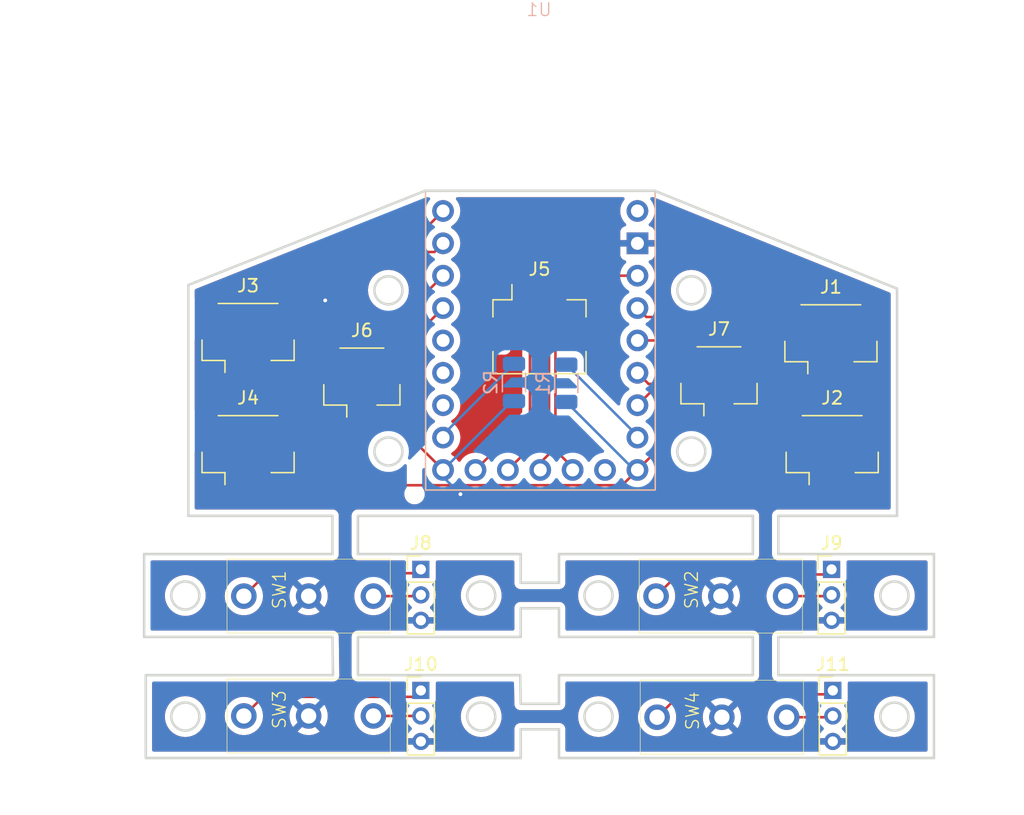
<source format=kicad_pcb>
(kicad_pcb (version 20240108) (generator "pcbnew") (generator_version "8.0")
  (layers (0 "F.Cu" signal) (31 "B.Cu" signal) (34 "B.Paste" user) (35 "F.Paste" user) (36 "B.SilkS" user "B.Silkscreen") (37 "F.SilkS" user "F.Silkscreen") (38 "B.Mask" user) (39 "F.Mask" user) (44 "Edge.Cuts" user))
  (net 0 "")
  (net 1 "btn1c")
  (net 2 "GND")
  (net 3 "btn1")
  (net 4 "btn2")
  (net 5 "btn2c")
  (net 6 "btn3")
  (net 7 "btn3c")
  (net 8 "btn4")
  (net 9 "btn4c")
  (net 10 "SCLK")
  (net 11 "SDIO")
  (net 12 "nCS")
  (net 14 "VIN")
  (net 16 "MOTION")
  (net 17 "touch2_in")
  (net 18 "touch1_in")
  (net 19 "touch2_out")
  (net 20 "Net-(J8-Pin_1)")
  (net 21 "Net-(J8-Pin_2)")
  (net 22 "Net-(J9-Pin_2)")
  (net 23 "Net-(J9-Pin_1)")
  (net 24 "Net-(J10-Pin_1)")
  (net 25 "Net-(J10-Pin_2)")
  (net 26 "Net-(J11-Pin_1)")
  (net 27 "Net-(J11-Pin_2)")
  (net 28 "touch1_out")
  (footprint "Connector_PinHeader_2.00mm:PinHeader_1x03_P2.00mm_Vertical" (layer "F.Cu") (at 185.1 101.9)
    (property "Reference" "J9" (at 0 -2.06 0) (layer "F.SilkS"))
    (property "Value" "Conn_01x03")
    (fp_line (start -1.06 -1.06) (end 0 -1.06) (stroke (width 0.12)) (layer "F.SilkS"))
    (fp_line (start -1.06 0) (end -1.06 -1.06) (stroke (width 0.12)) (layer "F.SilkS"))
    (fp_line (start -1.06 1) (end -1.06 5.06) (stroke (width 0.12)) (layer "F.SilkS"))
    (fp_line (start -1.06 1) (end 1.06 1) (stroke (width 0.12)) (layer "F.SilkS"))
    (fp_line (start -1.06 5.06) (end 1.06 5.06) (stroke (width 0.12)) (layer "F.SilkS"))
    (fp_line (start 1.06 1) (end 1.06 5.06) (stroke (width 0.12)) (layer "F.SilkS"))
    (pad "1" thru_hole rect (at 0 0) (size 1.35 1.35) (drill 0.8) (layers "*.Cu" "*.Mask") (net 23 "Net-(J9-Pin_1)"))
    (pad "2" thru_hole oval (at 0 2) (size 1.35 1.35) (drill 0.8) (layers "*.Cu" "*.Mask") (net 22 "Net-(J9-Pin_2)"))
    (pad "3" thru_hole oval (at 0 4) (size 1.35 1.35) (drill 0.8) (layers "*.Cu" "*.Mask") (net 2 "GND"))
  )
  (footprint "Connector_PinHeader_2.00mm:PinHeader_1x03_P2.00mm_Vertical" (layer "F.Cu") (at 185.2 111.4)
    (property "Reference" "J11" (at 0 -2.06 0) (layer "F.SilkS"))
    (property "Value" "Conn_01x03")
    (fp_line (start -1.06 -1.06) (end 0 -1.06) (stroke (width 0.12)) (layer "F.SilkS"))
    (fp_line (start -1.06 0) (end -1.06 -1.06) (stroke (width 0.12)) (layer "F.SilkS"))
    (fp_line (start -1.06 1) (end -1.06 5.06) (stroke (width 0.12)) (layer "F.SilkS"))
    (fp_line (start -1.06 1) (end 1.06 1) (stroke (width 0.12)) (layer "F.SilkS"))
    (fp_line (start -1.06 5.06) (end 1.06 5.06) (stroke (width 0.12)) (layer "F.SilkS"))
    (fp_line (start 1.06 1) (end 1.06 5.06) (stroke (width 0.12)) (layer "F.SilkS"))
    (pad "1" thru_hole rect (at 0 0) (size 1.35 1.35) (drill 0.8) (layers "*.Cu" "*.Mask") (net 26 "Net-(J11-Pin_1)"))
    (pad "2" thru_hole oval (at 0 2) (size 1.35 1.35) (drill 0.8) (layers "*.Cu" "*.Mask") (net 27 "Net-(J11-Pin_2)"))
    (pad "3" thru_hole oval (at 0 4) (size 1.35 1.35) (drill 0.8) (layers "*.Cu" "*.Mask") (net 2 "GND"))
  )
  (footprint "kwkb-footprint:MouseSwitch" (layer "F.Cu") (at 176.5 113.5 90)
    (property "Reference" "SW4" (at 0.5 -2.3 90) (layer "F.SilkS") (effects (font (thickness 0.1))))
    (property "Value" "SW_SPDT")
    (fp_rect (start -2.9 -6.4) (end 2.9 6.4) (stroke (width 0.05)) (fill none) (layer "F.SilkS"))
    (pad "1" thru_hole circle (at 0 -5.08 90) (size 2 2) (drill 1.2) (layers "*.Cu" "*.Mask") (net 26 "Net-(J11-Pin_1)"))
    (pad "2" thru_hole circle (at 0 0 90) (size 2 2) (drill 1.2) (layers "*.Cu" "*.Mask") (net 2 "GND"))
    (pad "3" thru_hole circle (at 0 5.08 90) (size 2 2) (drill 1.2) (layers "*.Cu" "*.Mask") (net 27 "Net-(J11-Pin_2)"))
  )
  (footprint "Connector_JST:JST_GH_BM03B-GHS-TBT_1x03-1MP_P1.25mm_Vertical" (layer "F.Cu") (at 139.35 92.45)
    (property "Reference" "J4" (at 0 -4 0) (layer "F.SilkS"))
    (property "Value" "Conn_01x03")
    (fp_line (start -3.61 0.26) (end -3.61 1.86) (stroke (width 0.12)) (layer "F.SilkS"))
    (fp_line (start -3.61 1.86) (end -1.81 1.86) (stroke (width 0.12)) (layer "F.SilkS"))
    (fp_line (start -2.34 -2.61) (end 2.34 -2.61) (stroke (width 0.12)) (layer "F.SilkS"))
    (fp_line (start -1.81 1.86) (end -1.81 2.8) (stroke (width 0.12)) (layer "F.SilkS"))
    (fp_line (start 3.61 0.26) (end 3.61 1.86) (stroke (width 0.12)) (layer "F.SilkS"))
    (fp_line (start 3.61 1.86) (end 1.81 1.86) (stroke (width 0.12)) (layer "F.SilkS"))
    (pad "1" smd roundrect (at -1.25 1.95) (size 0.6 1.7) (layers "F.Cu" "F.Paste" "F.Mask") (net 9 "btn4c"))
    (pad "2" smd roundrect (at 0 1.95) (size 0.6 1.7) (layers "F.Cu" "F.Paste" "F.Mask") (net 8 "btn4"))
    (pad "3" smd roundrect (at 1.25 1.95) (size 0.6 1.7) (layers "F.Cu" "F.Paste" "F.Mask") (net 2 "GND"))
    (pad "MP" smd roundrect (at -3.1 -1.4) (size 1 2.8) (layers "F.Cu" "F.Paste" "F.Mask"))
    (pad "MP" smd roundrect (at 3.1 -1.4) (size 1 2.8) (layers "F.Cu" "F.Paste" "F.Mask"))
  )
  (footprint "kwkb-footprint:MouseSwitch" (layer "F.Cu") (at 144.1 104 90)
    (property "Reference" "SW1" (at 0.5 -2.3 90) (layer "F.SilkS") (effects (font (thickness 0.1))))
    (property "Value" "SW_SPDT")
    (fp_rect (start -2.9 -6.4) (end 2.9 6.4) (stroke (width 0.05)) (fill none) (layer "F.SilkS"))
    (pad "1" thru_hole circle (at 0 -5.08 90) (size 2 2) (drill 1.2) (layers "*.Cu" "*.Mask") (net 20 "Net-(J8-Pin_1)"))
    (pad "2" thru_hole circle (at 0 0 90) (size 2 2) (drill 1.2) (layers "*.Cu" "*.Mask") (net 2 "GND"))
    (pad "3" thru_hole circle (at 0 5.08 90) (size 2 2) (drill 1.2) (layers "*.Cu" "*.Mask") (net 21 "Net-(J8-Pin_2)"))
  )
  (footprint "Connector_FFC-FPC:Hirose_FH12-8S-0.5SH_1x08-1MP_P0.50mm_Horizontal" (layer "F.Cu") (at 162.2 82.05)
    (property "Reference" "J5" (at 0 -3.7 0) (layer "F.SilkS"))
    (property "Value" "Conn_01x08")
    (fp_line (start -3.65 -1.3) (end -3.65 0.04) (stroke (width 0.12)) (layer "F.SilkS"))
    (fp_line (start -3.65 2.76) (end -3.65 4.5) (stroke (width 0.12)) (layer "F.SilkS"))
    (fp_line (start -3.65 4.5) (end 3.65 4.5) (stroke (width 0.12)) (layer "F.SilkS"))
    (fp_line (start -2.16 -1.3) (end -3.65 -1.3) (stroke (width 0.12)) (layer "F.SilkS"))
    (fp_line (start -2.16 -1.3) (end -2.16 -2.5) (stroke (width 0.12)) (layer "F.SilkS"))
    (fp_line (start 2.16 -1.3) (end 3.65 -1.3) (stroke (width 0.12)) (layer "F.SilkS"))
    (fp_line (start 3.65 -1.3) (end 3.65 0.04) (stroke (width 0.12)) (layer "F.SilkS"))
    (fp_line (start 3.65 4.5) (end 3.65 2.76) (stroke (width 0.12)) (layer "F.SilkS"))
    (pad "1" smd rect (at -1.75 -1.85) (size 0.3 1.3) (layers "F.Cu" "F.Paste" "F.Mask") (net 2 "GND"))
    (pad "2" smd rect (at -1.25 -1.85) (size 0.3 1.3) (layers "F.Cu" "F.Paste" "F.Mask") (net 14 "VIN"))
    (pad "3" smd rect (at -0.75 -1.85) (size 0.3 1.3) (layers "F.Cu" "F.Paste" "F.Mask") (net 12 "nCS"))
    (pad "4" smd rect (at -0.25 -1.85) (size 0.3 1.3) (layers "F.Cu" "F.Paste" "F.Mask"))
    (pad "5" smd rect (at 0.25 -1.85) (size 0.3 1.3) (layers "F.Cu" "F.Paste" "F.Mask") (net 11 "SDIO"))
    (pad "6" smd rect (at 0.75 -1.85) (size 0.3 1.3) (layers "F.Cu" "F.Paste" "F.Mask") (net 10 "SCLK"))
    (pad "7" smd rect (at 1.25 -1.85) (size 0.3 1.3) (layers "F.Cu" "F.Paste" "F.Mask") (net 16 "MOTION"))
    (pad "8" smd rect (at 1.75 -1.85) (size 0.3 1.3) (layers "F.Cu" "F.Paste" "F.Mask"))
    (pad "MP" smd rect (at -3.65 1.4) (size 1.8 2.2) (layers "F.Cu" "F.Paste" "F.Mask"))
    (pad "MP" smd rect (at 3.65 1.4) (size 1.8 2.2) (layers "F.Cu" "F.Paste" "F.Mask"))
  )
  (footprint "Connector_JST:JST_GH_BM03B-GHS-TBT_1x03-1MP_P1.25mm_Vertical" (layer "F.Cu") (at 139.35 83.65)
    (property "Reference" "J3" (at 0 -4 0) (layer "F.SilkS"))
    (property "Value" "Conn_01x03")
    (fp_line (start -3.61 0.26) (end -3.61 1.86) (stroke (width 0.12)) (layer "F.SilkS"))
    (fp_line (start -3.61 1.86) (end -1.81 1.86) (stroke (width 0.12)) (layer "F.SilkS"))
    (fp_line (start -2.34 -2.61) (end 2.34 -2.61) (stroke (width 0.12)) (layer "F.SilkS"))
    (fp_line (start -1.81 1.86) (end -1.81 2.8) (stroke (width 0.12)) (layer "F.SilkS"))
    (fp_line (start 3.61 0.26) (end 3.61 1.86) (stroke (width 0.12)) (layer "F.SilkS"))
    (fp_line (start 3.61 1.86) (end 1.81 1.86) (stroke (width 0.12)) (layer "F.SilkS"))
    (pad "1" smd roundrect (at -1.25 1.95) (size 0.6 1.7) (layers "F.Cu" "F.Paste" "F.Mask") (net 7 "btn3c"))
    (pad "2" smd roundrect (at 0 1.95) (size 0.6 1.7) (layers "F.Cu" "F.Paste" "F.Mask") (net 6 "btn3"))
    (pad "3" smd roundrect (at 1.25 1.95) (size 0.6 1.7) (layers "F.Cu" "F.Paste" "F.Mask") (net 2 "GND"))
    (pad "MP" smd roundrect (at -3.1 -1.4) (size 1 2.8) (layers "F.Cu" "F.Paste" "F.Mask"))
    (pad "MP" smd roundrect (at 3.1 -1.4) (size 1 2.8) (layers "F.Cu" "F.Paste" "F.Mask"))
  )
  (footprint "Connector_JST:JST_GH_BM03B-GHS-TBT_1x03-1MP_P1.25mm_Vertical" (layer "F.Cu") (at 185.05 83.75)
    (property "Reference" "J1" (at 0 -4 0) (layer "F.SilkS"))
    (property "Value" "Conn_01x03")
    (fp_line (start -3.61 0.26) (end -3.61 1.86) (stroke (width 0.12)) (layer "F.SilkS"))
    (fp_line (start -3.61 1.86) (end -1.81 1.86) (stroke (width 0.12)) (layer "F.SilkS"))
    (fp_line (start -2.34 -2.61) (end 2.34 -2.61) (stroke (width 0.12)) (layer "F.SilkS"))
    (fp_line (start -1.81 1.86) (end -1.81 2.8) (stroke (width 0.12)) (layer "F.SilkS"))
    (fp_line (start 3.61 0.26) (end 3.61 1.86) (stroke (width 0.12)) (layer "F.SilkS"))
    (fp_line (start 3.61 1.86) (end 1.81 1.86) (stroke (width 0.12)) (layer "F.SilkS"))
    (pad "1" smd roundrect (at -1.25 1.95) (size 0.6 1.7) (layers "F.Cu" "F.Paste" "F.Mask") (net 1 "btn1c"))
    (pad "2" smd roundrect (at 0 1.95) (size 0.6 1.7) (layers "F.Cu" "F.Paste" "F.Mask") (net 3 "btn1"))
    (pad "3" smd roundrect (at 1.25 1.95) (size 0.6 1.7) (layers "F.Cu" "F.Paste" "F.Mask") (net 2 "GND"))
    (pad "MP" smd roundrect (at -3.1 -1.4) (size 1 2.8) (layers "F.Cu" "F.Paste" "F.Mask"))
    (pad "MP" smd roundrect (at 3.1 -1.4) (size 1 2.8) (layers "F.Cu" "F.Paste" "F.Mask"))
  )
  (footprint "Connector_PinHeader_2.00mm:PinHeader_1x03_P2.00mm_Vertical" (layer "F.Cu") (at 152.9 111.4)
    (property "Reference" "J10" (at 0 -2.06 0) (layer "F.SilkS"))
    (property "Value" "Conn_01x03")
    (fp_line (start -1.06 -1.06) (end 0 -1.06) (stroke (width 0.12)) (layer "F.SilkS"))
    (fp_line (start -1.06 0) (end -1.06 -1.06) (stroke (width 0.12)) (layer "F.SilkS"))
    (fp_line (start -1.06 1) (end -1.06 5.06) (stroke (width 0.12)) (layer "F.SilkS"))
    (fp_line (start -1.06 1) (end 1.06 1) (stroke (width 0.12)) (layer "F.SilkS"))
    (fp_line (start -1.06 5.06) (end 1.06 5.06) (stroke (width 0.12)) (layer "F.SilkS"))
    (fp_line (start 1.06 1) (end 1.06 5.06) (stroke (width 0.12)) (layer "F.SilkS"))
    (pad "1" thru_hole rect (at 0 0) (size 1.35 1.35) (drill 0.8) (layers "*.Cu" "*.Mask") (net 24 "Net-(J10-Pin_1)"))
    (pad "2" thru_hole oval (at 0 2) (size 1.35 1.35) (drill 0.8) (layers "*.Cu" "*.Mask") (net 25 "Net-(J10-Pin_2)"))
    (pad "3" thru_hole oval (at 0 4) (size 1.35 1.35) (drill 0.8) (layers "*.Cu" "*.Mask") (net 2 "GND"))
  )
  (footprint "Connector_PinHeader_2.00mm:PinHeader_1x03_P2.00mm_Vertical" (layer "F.Cu") (at 152.9 101.9)
    (property "Reference" "J8" (at 0 -2.06 0) (layer "F.SilkS"))
    (property "Value" "Conn_01x03")
    (fp_line (start -1.06 -1.06) (end 0 -1.06) (stroke (width 0.12)) (layer "F.SilkS"))
    (fp_line (start -1.06 0) (end -1.06 -1.06) (stroke (width 0.12)) (layer "F.SilkS"))
    (fp_line (start -1.06 1) (end -1.06 5.06) (stroke (width 0.12)) (layer "F.SilkS"))
    (fp_line (start -1.06 1) (end 1.06 1) (stroke (width 0.12)) (layer "F.SilkS"))
    (fp_line (start -1.06 5.06) (end 1.06 5.06) (stroke (width 0.12)) (layer "F.SilkS"))
    (fp_line (start 1.06 1) (end 1.06 5.06) (stroke (width 0.12)) (layer "F.SilkS"))
    (pad "1" thru_hole rect (at 0 0) (size 1.35 1.35) (drill 0.8) (layers "*.Cu" "*.Mask") (net 20 "Net-(J8-Pin_1)"))
    (pad "2" thru_hole oval (at 0 2) (size 1.35 1.35) (drill 0.8) (layers "*.Cu" "*.Mask") (net 21 "Net-(J8-Pin_2)"))
    (pad "3" thru_hole oval (at 0 4) (size 1.35 1.35) (drill 0.8) (layers "*.Cu" "*.Mask") (net 2 "GND"))
  )
  (footprint "Connector_JST:JST_GH_BM02B-GHS-TBT_1x02-1MP_P1.25mm_Vertical" (layer "F.Cu") (at 176.275 87.05)
    (property "Reference" "J7" (at 0 -4 0) (layer "F.SilkS"))
    (property "Value" "Conn_01x02")
    (fp_line (start -2.985 0.26) (end -2.985 1.86) (stroke (width 0.12)) (layer "F.SilkS"))
    (fp_line (start -2.985 1.86) (end -1.185 1.86) (stroke (width 0.12)) (layer "F.SilkS"))
    (fp_line (start -1.715 -2.61) (end 1.715 -2.61) (stroke (width 0.12)) (layer "F.SilkS"))
    (fp_line (start -1.185 1.86) (end -1.185 2.8) (stroke (width 0.12)) (layer "F.SilkS"))
    (fp_line (start 2.985 0.26) (end 2.985 1.86) (stroke (width 0.12)) (layer "F.SilkS"))
    (fp_line (start 2.985 1.86) (end 1.185 1.86) (stroke (width 0.12)) (layer "F.SilkS"))
    (pad "1" smd roundrect (at -0.625 1.95) (size 0.6 1.7) (layers "F.Cu" "F.Paste" "F.Mask") (net 18 "touch1_in"))
    (pad "2" smd roundrect (at 0.625 1.95) (size 0.6 1.7) (layers "F.Cu" "F.Paste" "F.Mask") (net 17 "touch2_in"))
    (pad "MP" smd roundrect (at -2.475 -1.4) (size 1 2.8) (layers "F.Cu" "F.Paste" "F.Mask"))
    (pad "MP" smd roundrect (at 2.475 -1.4) (size 1 2.8) (layers "F.Cu" "F.Paste" "F.Mask"))
  )
  (footprint "kwkb-footprint:MouseSwitch" (layer "F.Cu") (at 144.1 113.4 90)
    (property "Reference" "SW3" (at 0.5 -2.3 90) (layer "F.SilkS") (effects (font (thickness 0.1))))
    (property "Value" "SW_SPDT")
    (fp_rect (start -2.9 -6.4) (end 2.9 6.4) (stroke (width 0.05)) (fill none) (layer "F.SilkS"))
    (pad "1" thru_hole circle (at 0 -5.08 90) (size 2 2) (drill 1.2) (layers "*.Cu" "*.Mask") (net 24 "Net-(J10-Pin_1)"))
    (pad "2" thru_hole circle (at 0 0 90) (size 2 2) (drill 1.2) (layers "*.Cu" "*.Mask") (net 2 "GND"))
    (pad "3" thru_hole circle (at 0 5.08 90) (size 2 2) (drill 1.2) (layers "*.Cu" "*.Mask") (net 25 "Net-(J10-Pin_2)"))
  )
  (footprint "Connector_JST:JST_GH_BM02B-GHS-TBT_1x02-1MP_P1.25mm_Vertical" (layer "F.Cu") (at 148.275 87.15)
    (property "Reference" "J6" (at 0 -4 0) (layer "F.SilkS"))
    (property "Value" "Conn_01x02")
    (fp_line (start -2.985 0.26) (end -2.985 1.86) (stroke (width 0.12)) (layer "F.SilkS"))
    (fp_line (start -2.985 1.86) (end -1.185 1.86) (stroke (width 0.12)) (layer "F.SilkS"))
    (fp_line (start -1.715 -2.61) (end 1.715 -2.61) (stroke (width 0.12)) (layer "F.SilkS"))
    (fp_line (start -1.185 1.86) (end -1.185 2.8) (stroke (width 0.12)) (layer "F.SilkS"))
    (fp_line (start 2.985 0.26) (end 2.985 1.86) (stroke (width 0.12)) (layer "F.SilkS"))
    (fp_line (start 2.985 1.86) (end 1.185 1.86) (stroke (width 0.12)) (layer "F.SilkS"))
    (pad "1" smd roundrect (at -0.625 1.95) (size 0.6 1.7) (layers "F.Cu" "F.Paste" "F.Mask") (net 18 "touch1_in"))
    (pad "2" smd roundrect (at 0.625 1.95) (size 0.6 1.7) (layers "F.Cu" "F.Paste" "F.Mask") (net 17 "touch2_in"))
    (pad "MP" smd roundrect (at -2.475 -1.4) (size 1 2.8) (layers "F.Cu" "F.Paste" "F.Mask"))
    (pad "MP" smd roundrect (at 2.475 -1.4) (size 1 2.8) (layers "F.Cu" "F.Paste" "F.Mask"))
  )
  (footprint "kwkb-footprint:MouseSwitch" (layer "F.Cu") (at 176.42 104 90)
    (property "Reference" "SW2" (at 0.5 -2.3 90) (layer "F.SilkS") (effects (font (thickness 0.1))))
    (property "Value" "SW_SPDT")
    (fp_rect (start -2.9 -6.4) (end 2.9 6.4) (stroke (width 0.05)) (fill none) (layer "F.SilkS"))
    (pad "1" thru_hole circle (at 0 -5.08 90) (size 2 2) (drill 1.2) (layers "*.Cu" "*.Mask") (net 23 "Net-(J9-Pin_1)"))
    (pad "2" thru_hole circle (at 0 0 90) (size 2 2) (drill 1.2) (layers "*.Cu" "*.Mask") (net 2 "GND"))
    (pad "3" thru_hole circle (at 0 5.08 90) (size 2 2) (drill 1.2) (layers "*.Cu" "*.Mask") (net 22 "Net-(J9-Pin_2)"))
  )
  (footprint "Connector_JST:JST_GH_BM03B-GHS-TBT_1x03-1MP_P1.25mm_Vertical" (layer "F.Cu") (at 185.15 92.45)
    (property "Reference" "J2" (at 0 -4 0) (layer "F.SilkS"))
    (property "Value" "Conn_01x03")
    (fp_line (start -3.61 0.26) (end -3.61 1.86) (stroke (width 0.12)) (layer "F.SilkS"))
    (fp_line (start -3.61 1.86) (end -1.81 1.86) (stroke (width 0.12)) (layer "F.SilkS"))
    (fp_line (start -2.34 -2.61) (end 2.34 -2.61) (stroke (width 0.12)) (layer "F.SilkS"))
    (fp_line (start -1.81 1.86) (end -1.81 2.8) (stroke (width 0.12)) (layer "F.SilkS"))
    (fp_line (start 3.61 0.26) (end 3.61 1.86) (stroke (width 0.12)) (layer "F.SilkS"))
    (fp_line (start 3.61 1.86) (end 1.81 1.86) (stroke (width 0.12)) (layer "F.SilkS"))
    (pad "1" smd roundrect (at -1.25 1.95) (size 0.6 1.7) (layers "F.Cu" "F.Paste" "F.Mask") (net 5 "btn2c"))
    (pad "2" smd roundrect (at 0 1.95) (size 0.6 1.7) (layers "F.Cu" "F.Paste" "F.Mask") (net 4 "btn2"))
    (pad "3" smd roundrect (at 1.25 1.95) (size 0.6 1.7) (layers "F.Cu" "F.Paste" "F.Mask") (net 2 "GND"))
    (pad "MP" smd roundrect (at -3.1 -1.4) (size 1 2.8) (layers "F.Cu" "F.Paste" "F.Mask"))
    (pad "MP" smd roundrect (at 3.1 -1.4) (size 1 2.8) (layers "F.Cu" "F.Paste" "F.Mask"))
  )
  (footprint "Resistor_SMD:R_1206_3216Metric" (layer "B.Cu") (at 164.3 87.3 -90)
    (property "Reference" "R1" (at 0 1.82 90) (layer "B.SilkS") (effects (justify mirror)))
    (property "Value" "100k")
    (fp_line (start 0.727064 0.91) (end -0.727064 0.91) (stroke (width 0.12)) (layer "B.SilkS"))
    (fp_line (start 0.727064 -0.91) (end -0.727064 -0.91) (stroke (width 0.12)) (layer "B.SilkS"))
    (pad "1" smd roundrect (at -1.4625 0 270) (size 1.125 1.75) (layers "B.Cu" "B.Paste" "B.Mask") (roundrect_rratio 0.222222) (net 28 "touch1_out"))
    (pad "2" smd roundrect (at 1.4625 0 270) (size 1.125 1.75) (layers "B.Cu" "B.Paste" "B.Mask") (roundrect_rratio 0.222222) (net 18 "touch1_in"))
  )
  (footprint "Resistor_SMD:R_1206_3216Metric" (layer "B.Cu") (at 160.2 87.2375 -90)
    (property "Reference" "R2" (at 0 1.82 90) (layer "B.SilkS") (effects (justify mirror)))
    (property "Value" "100k")
    (fp_line (start 0.727064 0.91) (end -0.727064 0.91) (stroke (width 0.12)) (layer "B.SilkS"))
    (fp_line (start 0.727064 -0.91) (end -0.727064 -0.91) (stroke (width 0.12)) (layer "B.SilkS"))
    (pad "1" smd roundrect (at -1.4625 0 270) (size 1.125 1.75) (layers "B.Cu" "B.Paste" "B.Mask") (roundrect_rratio 0.222222) (net 19 "touch2_out"))
    (pad "2" smd roundrect (at 1.4625 0 270) (size 1.125 1.75) (layers "B.Cu" "B.Paste" "B.Mask") (roundrect_rratio 0.222222) (net 17 "touch2_in"))
  )
  (footprint "kwkb-footprint:RP2024-Zero" (layer "B.Cu") (at 162.26 72.19 180)
    (property "Reference" "U1" (at 0.1 14.2 0) (layer "B.SilkS") (effects (font (thickness 0.1)) (justify mirror)))
    (property "Value" "~")
    (fp_rect (start 9 -23.5) (end -9 0) (stroke (width 0.1)) (fill none) (layer "B.SilkS"))
    (fp_rect (start 8.98 -23.48) (end -9.02 0.02) (stroke (width 0.1)) (fill none) (layer "F.SilkS"))
    (pad "1" thru_hole oval (at -7.62 -1.59 180) (size 1.7 1.7) (drill 1.02) (layers "*.Cu" "*.Mask"))
    (pad "2" thru_hole rect (at -7.62 -4.13 180) (size 1.7 1.7) (drill 1.02) (layers "*.Cu" "*.Mask") (net 2 "GND"))
    (pad "3" thru_hole oval (at -7.62 -6.67 180) (size 1.7 1.7) (drill 1.02) (layers "*.Cu" "*.Mask") (net 14 "VIN"))
    (pad "4" thru_hole oval (at -7.62 -9.21 180) (size 1.7 1.7) (drill 1.02) (layers "*.Cu" "*.Mask") (net 3 "btn1"))
    (pad "5" thru_hole oval (at -7.62 -11.75 180) (size 1.7 1.7) (drill 1.02) (layers "*.Cu" "*.Mask") (net 1 "btn1c"))
    (pad "6" thru_hole oval (at -7.62 -14.29 180) (size 1.7 1.7) (drill 1.02) (layers "*.Cu" "*.Mask") (net 4 "btn2"))
    (pad "7" thru_hole oval (at -7.62 -16.83 180) (size 1.7 1.7) (drill 1.02) (layers "*.Cu" "*.Mask") (net 5 "btn2c"))
    (pad "8" thru_hole oval (at -7.62 -19.37 180) (size 1.7 1.7) (drill 1.02) (layers "*.Cu" "*.Mask") (net 28 "touch1_out"))
    (pad "9" thru_hole oval (at -7.62 -21.91 180) (size 1.7 1.7) (drill 1.02) (layers "*.Cu" "*.Mask") (net 18 "touch1_in"))
    (pad "10" thru_hole oval (at -5.08 -21.91 180) (size 1.7 1.7) (drill 1.02) (layers "*.Cu" "*.Mask"))
    (pad "11" thru_hole oval (at -2.54 -21.91 180) (size 1.7 1.7) (drill 1.02) (layers "*.Cu" "*.Mask") (net 16 "MOTION"))
    (pad "12" thru_hole oval (at 0 -21.91 180) (size 1.7 1.7) (drill 1.02) (layers "*.Cu" "*.Mask") (net 10 "SCLK"))
    (pad "13" thru_hole oval (at 2.54 -21.91 180) (size 1.7 1.7) (drill 1.02) (layers "*.Cu" "*.Mask") (net 11 "SDIO"))
    (pad "14" thru_hole oval (at 5.08 -21.91 180) (size 1.7 1.7) (drill 1.02) (layers "*.Cu" "*.Mask") (net 12 "nCS"))
    (pad "15" thru_hole oval (at 7.62 -21.91 180) (size 1.7 1.7) (drill 1.02) (layers "*.Cu" "*.Mask") (net 17 "touch2_in"))
    (pad "16" thru_hole oval (at 7.62 -19.37 180) (size 1.7 1.7) (drill 1.02) (layers "*.Cu" "*.Mask") (net 19 "touch2_out"))
    (pad "17" thru_hole oval (at 7.62 -16.83 180) (size 1.7 1.7) (drill 1.02) (layers "*.Cu" "*.Mask"))
    (pad "18" thru_hole oval (at 7.62 -14.29 180) (size 1.7 1.7) (drill 1.02) (layers "*.Cu" "*.Mask"))
    (pad "19" thru_hole oval (at 7.62 -11.75 180) (size 1.7 1.7) (drill 1.02) (layers "*.Cu" "*.Mask"))
    (pad "20" thru_hole oval (at 7.62 -9.21 180) (size 1.7 1.7) (drill 1.02) (layers "*.Cu" "*.Mask") (net 8 "btn4"))
    (pad "21" thru_hole oval (at 7.62 -6.67 180) (size 1.7 1.7) (drill 1.02) (layers "*.Cu" "*.Mask") (net 9 "btn4c"))
    (pad "22" thru_hole oval (at 7.62 -4.13 180) (size 1.7 1.7) (drill 1.02) (layers "*.Cu" "*.Mask") (net 6 "btn3"))
    (pad "23" thru_hole oval (at 7.62 -1.59 180) (size 1.7 1.7) (drill 1.02) (layers "*.Cu" "*.Mask") (net 7 "btn3c"))
  )
  (gr_line (start 146.008987 110.2) (end 137.529389 110.2) (stroke (width 0.2)) (layer "Edge.Cuts"))
  (gr_line (start 131.329389 110.2) (end 131.329389 116.7) (stroke (width 0.2)) (layer "Edge.Cuts"))
  (gr_line (start 163.729389 112.45) (end 160.729389 112.45) (stroke (width 0.2)) (layer "Edge.Cuts"))
  (gr_circle (center 166.829389 113.45) (end 165.729389 113.45) (stroke (width 0.2)) (fill none) (layer "Edge.Cuts"))
  (gr_line (start 163.729389 110.2) (end 163.729389 112.45) (stroke (width 0.2)) (layer "Edge.Cuts"))
  (gr_line (start 163.729389 100.7) (end 163.729389 102.95) (stroke (width 0.2)) (layer "Edge.Cuts"))
  (gr_line (start 145.964695 100.7) (end 145.964695 97.7) (stroke (width 0.2)) (layer "Edge.Cuts"))
  (gr_line (start 147.964695 110.2) (end 147.964695 107.2) (stroke (width 0.2)) (layer "Edge.Cuts"))
  (gr_line (start 171.229389 72.200207) (end 153.229389 72.200207) (stroke (width 0.2)) (layer "Edge.Cuts"))
  (gr_line (start 147.964695 107.2) (end 160.729389 107.2) (stroke (width 0.2)) (layer "Edge.Cuts"))
  (gr_line (start 193.129389 100.7) (end 180.929389 100.7) (stroke (width 0.2)) (layer "Edge.Cuts"))
  (gr_line (start 131.2 107.2) (end 145.964695 107.2) (stroke (width 0.2)) (layer "Edge.Cuts"))
  (gr_line (start 163.729389 116.7) (end 193.129389 116.7) (stroke (width 0.2)) (layer "Edge.Cuts"))
  (gr_circle (center 166.829389 103.95) (end 165.729389 103.95) (stroke (width 0.2)) (fill none) (layer "Edge.Cuts"))
  (gr_line (start 178.929389 110.2) (end 163.729389 110.2) (stroke (width 0.2)) (layer "Edge.Cuts"))
  (gr_line (start 134.66923 79.591738) (end 134.66923 97.7) (stroke (width 0.2)) (layer "Edge.Cuts"))
  (gr_line (start 163.729389 104.95) (end 160.729389 104.95) (stroke (width 0.2)) (layer "Edge.Cuts"))
  (gr_line (start 145.964695 100.7) (end 131.2 100.7) (stroke (width 0.2)) (layer "Edge.Cuts"))
  (gr_line (start 146.008987 110.2) (end 145.964695 107.2) (stroke (width 0.2)) (layer "Edge.Cuts"))
  (gr_line (start 134.66923 97.7) (end 145.964695 97.7) (stroke (width 0.2)) (layer "Edge.Cuts"))
  (gr_line (start 193.129389 107.2) (end 193.129389 100.7) (stroke (width 0.2)) (layer "Edge.Cuts"))
  (gr_line (start 160.688586 110.2) (end 147.964695 110.2) (stroke (width 0.2)) (layer "Edge.Cuts"))
  (gr_line (start 160.729389 107.2) (end 160.729389 104.95) (stroke (width 0.2)) (layer "Edge.Cuts"))
  (gr_circle (center 157.629389 103.95) (end 156.529389 103.95) (stroke (width 0.2)) (fill none) (layer "Edge.Cuts"))
  (gr_line (start 160.729389 116.7) (end 160.729389 114.45) (stroke (width 0.2)) (layer "Edge.Cuts"))
  (gr_line (start 131.2 100.7) (end 131.2 107.2) (stroke (width 0.2)) (layer "Edge.Cuts"))
  (gr_line (start 131.329389 116.7) (end 160.729389 116.7) (stroke (width 0.2)) (layer "Edge.Cuts"))
  (gr_circle (center 134.429389 113.45) (end 133.329389 113.45) (stroke (width 0.2)) (fill none) (layer "Edge.Cuts"))
  (gr_line (start 180.929389 100.7) (end 180.929389 97.7) (stroke (width 0.2)) (layer "Edge.Cuts"))
  (gr_line (start 160.729389 112.45) (end 160.688586 110.2) (stroke (width 0.2)) (layer "Edge.Cuts"))
  (gr_line (start 163.729389 104.95) (end 163.729389 107.2) (stroke (width 0.2)) (layer "Edge.Cuts"))
  (gr_circle (center 190.029389 113.45) (end 188.929389 113.45) (stroke (width 0.2)) (fill none) (layer "Edge.Cuts"))
  (gr_line (start 178.929389 100.7) (end 178.929389 97.7) (stroke (width 0.2)) (layer "Edge.Cuts"))
  (gr_line (start 163.729389 107.2) (end 178.929389 107.2) (stroke (width 0.2)) (layer "Edge.Cuts"))
  (gr_line (start 180.929389 107.2) (end 193.129389 107.2) (stroke (width 0.2)) (layer "Edge.Cuts"))
  (gr_circle (center 174.101911 80.006228) (end 173.001911 80.006228) (stroke (width 0.2)) (fill none) (layer "Edge.Cuts"))
  (gr_line (start 190.234471 97.7) (end 190.234471 79.874914) (stroke (width 0.2)) (layer "Edge.Cuts"))
  (gr_circle (center 150.356867 92.65087) (end 149.256867 92.65087) (stroke (width 0.2)) (fill none) (layer "Edge.Cuts"))
  (gr_line (start 193.129389 116.7) (end 193.129389 110.2) (stroke (width 0.2)) (layer "Edge.Cuts"))
  (gr_line (start 163.729389 102.95) (end 160.729389 102.95) (stroke (width 0.2)) (layer "Edge.Cuts"))
  (gr_circle (center 174.101911 92.65087) (end 173.001911 92.65087) (stroke (width 0.2)) (fill none) (layer "Edge.Cuts"))
  (gr_line (start 178.929389 100.7) (end 163.729389 100.7) (stroke (width 0.2)) (layer "Edge.Cuts"))
  (gr_line (start 178.929389 97.7) (end 147.964695 97.7) (stroke (width 0.2)) (layer "Edge.Cuts"))
  (gr_line (start 163.729389 114.45) (end 160.729389 114.45) (stroke (width 0.2)) (layer "Edge.Cuts"))
  (gr_line (start 137.529389 110.2) (end 131.329389 110.2) (stroke (width 0.2)) (layer "Edge.Cuts"))
  (gr_line (start 147.964695 100.7) (end 147.964695 97.7) (stroke (width 0.2)) (layer "Edge.Cuts"))
  (gr_line (start 193.129389 110.2) (end 180.929389 110.2) (stroke (width 0.2)) (layer "Edge.Cuts"))
  (gr_line (start 153.229389 72.200207) (end 134.66923 79.591738) (stroke (width 0.2)) (layer "Edge.Cuts"))
  (gr_line (start 180.929389 97.7) (end 190.234471 97.7) (stroke (width 0.2)) (layer "Edge.Cuts"))
  (gr_circle (center 190.029389 103.95) (end 188.929389 103.95) (stroke (width 0.2)) (fill none) (layer "Edge.Cuts"))
  (gr_circle (center 157.629389 113.45) (end 156.529389 113.45) (stroke (width 0.2)) (fill none) (layer "Edge.Cuts"))
  (gr_line (start 180.929389 110.2) (end 180.929389 107.2) (stroke (width 0.2)) (layer "Edge.Cuts"))
  (gr_line (start 190.234471 79.874914) (end 171.229389 72.200207) (stroke (width 0.2)) (layer "Edge.Cuts"))
  (gr_circle (center 134.429389 103.95) (end 133.329389 103.95) (stroke (width 0.2)) (fill none) (layer "Edge.Cuts"))
  (gr_circle (center 150.356867 80.006228) (end 149.256867 80.006228) (stroke (width 0.2)) (fill none) (layer "Edge.Cuts"))
  (gr_line (start 160.729389 100.7) (end 147.964695 100.7) (stroke (width 0.2)) (layer "Edge.Cuts"))
  (gr_line (start 178.929389 110.2) (end 178.929389 107.2) (stroke (width 0.2)) (layer "Edge.Cuts"))
  (gr_line (start 160.729389 102.95) (end 160.729389 100.7) (stroke (width 0.2)) (layer "Edge.Cuts"))
  (gr_line (start 163.729389 114.45) (end 163.729389 116.7) (stroke (width 0.2)) (layer "Edge.Cuts"))
  (segment (start 182.54957 85.7) (end 183.8 85.7) (width 0.2) (layer "F.Cu") (net 1))
  (segment (start 169.88 83.94) (end 180.78957 83.94) (width 0.2) (layer "F.Cu") (net 1))
  (segment (start 180.78957 83.94) (end 182.54957 85.7) (width 0.2) (layer "F.Cu") (net 1))
  (segment (start 163.364314 76.32) (end 169.88 76.32) (width 0.2) (layer "F.Cu") (net 2))
  (segment (start 160.45 79.234314) (end 163.364314 76.32) (width 0.2) (layer "F.Cu") (net 2))
  (segment (start 160.45 80.2) (end 160.45 79.234314) (width 0.2) (layer "F.Cu") (net 2))
  (via (at 145.4 80.8) (size 0.6) (drill 0.3) (layers "F.Cu" "B.Cu") (net 2))
  (segment (start 169.88 81.4) (end 170.58 82.1) (width 0.2) (layer "F.Cu") (net 3))
  (segment (start 185.05 84.95) (end 185.05 85.7) (width 0.2) (layer "F.Cu") (net 3))
  (segment (start 179.515256 82.1) (end 181.965256 84.55) (width 0.2) (layer "F.Cu") (net 3))
  (segment (start 181.965256 84.55) (end 184.65 84.55) (width 0.2) (layer "F.Cu") (net 3))
  (segment (start 170.58 82.1) (end 179.515256 82.1) (width 0.2) (layer "F.Cu") (net 3))
  (segment (start 184.65 84.55) (end 185.05 84.95) (width 0.2) (layer "F.Cu") (net 3))
  (segment (start 185.15 90.45) (end 185.15 94.4) (width 0.2) (layer "F.Cu") (net 4))
  (segment (start 170.75 87.35) (end 182.05 87.35) (width 0.2) (layer "F.Cu") (net 4))
  (segment (start 182.05 87.35) (end 185.15 90.45) (width 0.2) (layer "F.Cu") (net 4))
  (segment (start 169.88 86.48) (end 170.75 87.35) (width 0.2) (layer "F.Cu") (net 4))
  (segment (start 169.88 89.02) (end 171.05 87.85) (width 0.2) (layer "F.Cu") (net 5))
  (segment (start 171.05 87.85) (end 181.984314 87.85) (width 0.2) (layer "F.Cu") (net 5))
  (segment (start 183.9 89.765686) (end 183.9 94.4) (width 0.2) (layer "F.Cu") (net 5))
  (segment (start 181.984314 87.85) (end 183.9 89.765686) (width 0.2) (layer "F.Cu") (net 5))
  (segment (start 139.35 85.6) (end 139.35 83.165256) (width 0.2) (layer "F.Cu") (net 6))
  (segment (start 145.515256 77) (end 153.96 77) (width 0.2) (layer "F.Cu") (net 6))
  (segment (start 139.35 83.165256) (end 145.515256 77) (width 0.2) (layer "F.Cu") (net 6))
  (segment (start 153.96 77) (end 154.64 76.32) (width 0.2) (layer "F.Cu") (net 6))
  (segment (start 151.92 76.5) (end 154.64 73.78) (width 0.2) (layer "F.Cu") (net 7))
  (segment (start 145.3 76.5) (end 151.92 76.5) (width 0.2) (layer "F.Cu") (net 7))
  (segment (start 138.1 83.7) (end 145.3 76.5) (width 0.2) (layer "F.Cu") (net 7))
  (segment (start 138.1 85.6) (end 138.1 83.7) (width 0.2) (layer "F.Cu") (net 7))
  (segment (start 146.4 82.7) (end 153.34 82.7) (width 0.2) (layer "F.Cu") (net 8))
  (segment (start 153.34 82.7) (end 154.64 81.4) (width 0.2) (layer "F.Cu") (net 8))
  (segment (start 139.35 89.75) (end 146.4 82.7) (width 0.2) (layer "F.Cu") (net 8))
  (segment (start 139.35 94.4) (end 139.35 89.75) (width 0.2) (layer "F.Cu") (net 8))
  (segment (start 151.2 82.3) (end 154.64 78.86) (width 0.2) (layer "F.Cu") (net 9))
  (segment (start 146.234314 82.3) (end 151.2 82.3) (width 0.2) (layer "F.Cu") (net 9))
  (segment (start 138.1 94.4) (end 138.1 90.434314) (width 0.2) (layer "F.Cu") (net 9))
  (segment (start 138.1 90.434314) (end 146.234314 82.3) (width 0.2) (layer "F.Cu") (net 9))
  (segment (start 162.95 92.85) (end 162.26 93.54) (width 0.2) (layer "F.Cu") (net 10))
  (segment (start 162.26 93.54) (end 162.26 94.1) (width 0.2) (layer "F.Cu") (net 10))
  (segment (start 162.95 80.2) (end 162.95 92.85) (width 0.2) (layer "F.Cu") (net 10))
  (segment (start 162.45 91.37) (end 159.72 94.1) (width 0.2) (layer "F.Cu") (net 11))
  (segment (start 162.45 80.2) (end 162.45 91.37) (width 0.2) (layer "F.Cu") (net 11))
  (segment (start 161.45 89.83) (end 157.18 94.1) (width 0.2) (layer "F.Cu") (net 12))
  (segment (start 161.45 80.2) (end 161.45 89.83) (width 0.2) (layer "F.Cu") (net 12))
  (segment (start 160.95 80.2) (end 160.95 79.3) (width 0.2) (layer "F.Cu") (net 14))
  (segment (start 161.39 78.86) (end 169.88 78.86) (width 0.2) (layer "F.Cu") (net 14))
  (segment (start 160.95 79.3) (end 161.39 78.86) (width 0.2) (layer "F.Cu") (net 14))
  (segment (start 163.45 92.55) (end 163.45 80.2) (width 0.2) (layer "F.Cu") (net 16))
  (segment (start 164.8 93.9) (end 163.45 92.55) (width 0.2) (layer "F.Cu") (net 16))
  (segment (start 164.8 94.1) (end 164.8 93.9) (width 0.2) (layer "F.Cu") (net 16))
  (segment (start 149.64 89.1) (end 154.64 94.1) (width 0.2) (layer "F.Cu") (net 17))
  (segment (start 176.9 92.270759) (end 176.9 89) (width 0.2) (layer "F.Cu") (net 17))
  (segment (start 156 96) (end 173.170759 96) (width 0.2) (layer "F.Cu") (net 17))
  (segment (start 148.9 89.1) (end 149.64 89.1) (width 0.2) (layer "F.Cu") (net 17))
  (segment (start 173.170759 96) (end 176.9 92.270759) (width 0.2) (layer "F.Cu") (net 17))
  (via (at 156 96) (size 0.6) (drill 0.3) (layers "F.Cu" "B.Cu") (net 17))
  (segment (start 160.04 88.7) (end 154.64 94.1) (width 0.2) (layer "B.Cu") (net 17))
  (segment (start 154.64 94.64) (end 154.64 94.1) (width 0.2) (layer "B.Cu") (net 17))
  (segment (start 160.2 88.7) (end 160.04 88.7) (width 0.2) (layer "B.Cu") (net 17))
  (segment (start 156 96) (end 154.64 94.64) (width 0.2) (layer "B.Cu") (net 17))
  (segment (start 174.98 89) (end 169.88 94.1) (width 0.2) (layer "F.Cu") (net 18))
  (segment (start 147.65 93.25) (end 149.7 95.3) (width 0.2) (layer "F.Cu") (net 18))
  (segment (start 149.7 95.3) (end 168.68 95.3) (width 0.2) (layer "F.Cu") (net 18))
  (segment (start 147.65 89.1) (end 147.65 93.25) (width 0.2) (layer "F.Cu") (net 18))
  (segment (start 175.65 89) (end 174.98 89) (width 0.2) (layer "F.Cu") (net 18))
  (segment (start 168.68 95.3) (end 169.88 94.1) (width 0.2) (layer "F.Cu") (net 18))
  (segment (start 164.3 88.7625) (end 169.6375 94.1) (width 0.2) (layer "B.Cu") (net 18))
  (segment (start 169.6375 94.1) (end 169.88 94.1) (width 0.2) (layer "B.Cu") (net 18))
  (segment (start 160.2 85.775) (end 154.64 91.335) (width 0.2) (layer "B.Cu") (net 19))
  (segment (start 154.64 91.335) (end 154.64 91.56) (width 0.2) (layer "B.Cu") (net 19))
  (segment (start 139.02 104) (end 140.82 102.2) (width 0.2) (layer "F.Cu") (net 20))
  (segment (start 152.6 102.2) (end 152.9 101.9) (width 0.2) (layer "F.Cu") (net 20))
  (segment (start 140.82 102.2) (end 152.6 102.2) (width 0.2) (layer "F.Cu") (net 20))
  (segment (start 149.18 104) (end 152.8 104) (width 0.2) (layer "F.Cu") (net 21))
  (segment (start 152.8 104) (end 152.9 103.9) (width 0.2) (layer "F.Cu") (net 21))
  (segment (start 181.5 104) (end 185.1 104) (width 0.2) (layer "F.Cu") (net 22))
  (segment (start 184.8 102.3) (end 185.1 102) (width 0.2) (layer "F.Cu") (net 23))
  (segment (start 171.34 104) (end 173.04 102.3) (width 0.2) (layer "F.Cu") (net 23))
  (segment (start 173.04 102.3) (end 184.8 102.3) (width 0.2) (layer "F.Cu") (net 23))
  (segment (start 152.8 111.9) (end 152.9 111.8) (width 0.2) (layer "F.Cu") (net 24))
  (segment (start 140.52 111.9) (end 152.8 111.9) (width 0.2) (layer "F.Cu") (net 24))
  (segment (start 139.02 113.4) (end 140.52 111.9) (width 0.2) (layer "F.Cu") (net 24))
  (segment (start 152.5 113.4) (end 152.9 113.8) (width 0.2) (layer "F.Cu") (net 25))
  (segment (start 149.18 113.4) (end 152.5 113.4) (width 0.2) (layer "F.Cu") (net 25))
  (segment (start 173.22 111.7) (end 184.9 111.7) (width 0.2) (layer "F.Cu") (net 26))
  (segment (start 171.42 113.5) (end 173.22 111.7) (width 0.2) (layer "F.Cu") (net 26))
  (segment (start 184.9 111.7) (end 185.2 111.4) (width 0.2) (layer "F.Cu") (net 26))
  (segment (start 185.1 113.5) (end 185.2 113.4) (width 0.2) (layer "F.Cu") (net 27))
  (segment (start 181.58 113.5) (end 185.1 113.5) (width 0.2) (layer "F.Cu") (net 27))
  (segment (start 169.88 91.4175) (end 169.88 91.56) (width 0.2) (layer "B.Cu") (net 28))
  (segment (start 164.3 85.8375) (end 169.88 91.4175) (width 0.2) (layer "B.Cu") (net 28))
  (zone (net 2) (net_name "GND") (layers "F&B.Cu") (connect_pads (clearance 0.5)) (min_thickness 0.25) (fill yes (thermal_gap 0.5) (thermal_bridge_width 0.5))
    (polygon (pts (xy 119.9 70) (xy 119.9 121.2) (xy 200.2 120.5) (xy 200.1 70.4) (xy 123.9 70)))
  )
)
</source>
